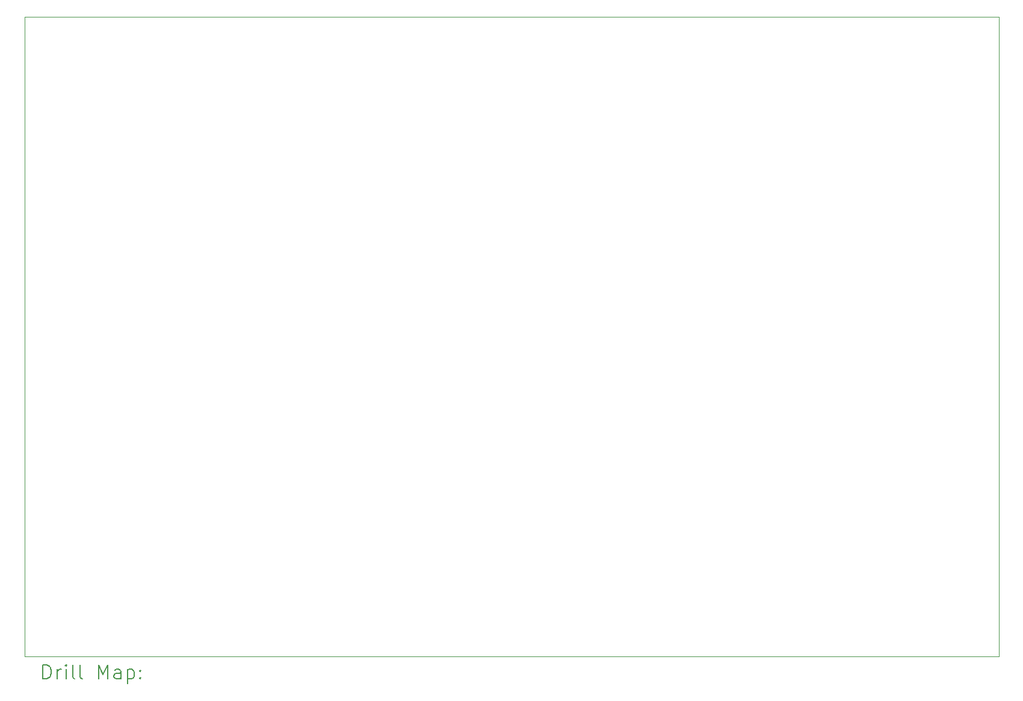
<source format=gbr>
%TF.GenerationSoftware,KiCad,Pcbnew,8.0.8*%
%TF.CreationDate,2025-02-15T21:21:14+01:00*%
%TF.ProjectId,stepperpcb,73746570-7065-4727-9063-622e6b696361,rev?*%
%TF.SameCoordinates,Original*%
%TF.FileFunction,Drillmap*%
%TF.FilePolarity,Positive*%
%FSLAX45Y45*%
G04 Gerber Fmt 4.5, Leading zero omitted, Abs format (unit mm)*
G04 Created by KiCad (PCBNEW 8.0.8) date 2025-02-15 21:21:14*
%MOMM*%
%LPD*%
G01*
G04 APERTURE LIST*
%ADD10C,0.050000*%
%ADD11C,0.200000*%
G04 APERTURE END LIST*
D10*
X7608840Y-2789710D02*
X21314680Y-2789710D01*
X21314680Y-11786390D01*
X7608840Y-11786390D01*
X7608840Y-2789710D01*
D11*
X7867117Y-12100374D02*
X7867117Y-11900374D01*
X7867117Y-11900374D02*
X7914736Y-11900374D01*
X7914736Y-11900374D02*
X7943307Y-11909898D01*
X7943307Y-11909898D02*
X7962355Y-11928945D01*
X7962355Y-11928945D02*
X7971879Y-11947993D01*
X7971879Y-11947993D02*
X7981402Y-11986088D01*
X7981402Y-11986088D02*
X7981402Y-12014659D01*
X7981402Y-12014659D02*
X7971879Y-12052755D01*
X7971879Y-12052755D02*
X7962355Y-12071802D01*
X7962355Y-12071802D02*
X7943307Y-12090850D01*
X7943307Y-12090850D02*
X7914736Y-12100374D01*
X7914736Y-12100374D02*
X7867117Y-12100374D01*
X8067117Y-12100374D02*
X8067117Y-11967040D01*
X8067117Y-12005136D02*
X8076641Y-11986088D01*
X8076641Y-11986088D02*
X8086164Y-11976564D01*
X8086164Y-11976564D02*
X8105212Y-11967040D01*
X8105212Y-11967040D02*
X8124260Y-11967040D01*
X8190926Y-12100374D02*
X8190926Y-11967040D01*
X8190926Y-11900374D02*
X8181402Y-11909898D01*
X8181402Y-11909898D02*
X8190926Y-11919421D01*
X8190926Y-11919421D02*
X8200450Y-11909898D01*
X8200450Y-11909898D02*
X8190926Y-11900374D01*
X8190926Y-11900374D02*
X8190926Y-11919421D01*
X8314736Y-12100374D02*
X8295688Y-12090850D01*
X8295688Y-12090850D02*
X8286164Y-12071802D01*
X8286164Y-12071802D02*
X8286164Y-11900374D01*
X8419498Y-12100374D02*
X8400450Y-12090850D01*
X8400450Y-12090850D02*
X8390926Y-12071802D01*
X8390926Y-12071802D02*
X8390926Y-11900374D01*
X8648069Y-12100374D02*
X8648069Y-11900374D01*
X8648069Y-11900374D02*
X8714736Y-12043231D01*
X8714736Y-12043231D02*
X8781403Y-11900374D01*
X8781403Y-11900374D02*
X8781403Y-12100374D01*
X8962355Y-12100374D02*
X8962355Y-11995612D01*
X8962355Y-11995612D02*
X8952831Y-11976564D01*
X8952831Y-11976564D02*
X8933784Y-11967040D01*
X8933784Y-11967040D02*
X8895688Y-11967040D01*
X8895688Y-11967040D02*
X8876641Y-11976564D01*
X8962355Y-12090850D02*
X8943307Y-12100374D01*
X8943307Y-12100374D02*
X8895688Y-12100374D01*
X8895688Y-12100374D02*
X8876641Y-12090850D01*
X8876641Y-12090850D02*
X8867117Y-12071802D01*
X8867117Y-12071802D02*
X8867117Y-12052755D01*
X8867117Y-12052755D02*
X8876641Y-12033707D01*
X8876641Y-12033707D02*
X8895688Y-12024183D01*
X8895688Y-12024183D02*
X8943307Y-12024183D01*
X8943307Y-12024183D02*
X8962355Y-12014659D01*
X9057593Y-11967040D02*
X9057593Y-12167040D01*
X9057593Y-11976564D02*
X9076641Y-11967040D01*
X9076641Y-11967040D02*
X9114736Y-11967040D01*
X9114736Y-11967040D02*
X9133784Y-11976564D01*
X9133784Y-11976564D02*
X9143307Y-11986088D01*
X9143307Y-11986088D02*
X9152831Y-12005136D01*
X9152831Y-12005136D02*
X9152831Y-12062278D01*
X9152831Y-12062278D02*
X9143307Y-12081326D01*
X9143307Y-12081326D02*
X9133784Y-12090850D01*
X9133784Y-12090850D02*
X9114736Y-12100374D01*
X9114736Y-12100374D02*
X9076641Y-12100374D01*
X9076641Y-12100374D02*
X9057593Y-12090850D01*
X9238545Y-12081326D02*
X9248069Y-12090850D01*
X9248069Y-12090850D02*
X9238545Y-12100374D01*
X9238545Y-12100374D02*
X9229022Y-12090850D01*
X9229022Y-12090850D02*
X9238545Y-12081326D01*
X9238545Y-12081326D02*
X9238545Y-12100374D01*
X9238545Y-11976564D02*
X9248069Y-11986088D01*
X9248069Y-11986088D02*
X9238545Y-11995612D01*
X9238545Y-11995612D02*
X9229022Y-11986088D01*
X9229022Y-11986088D02*
X9238545Y-11976564D01*
X9238545Y-11976564D02*
X9238545Y-11995612D01*
M02*

</source>
